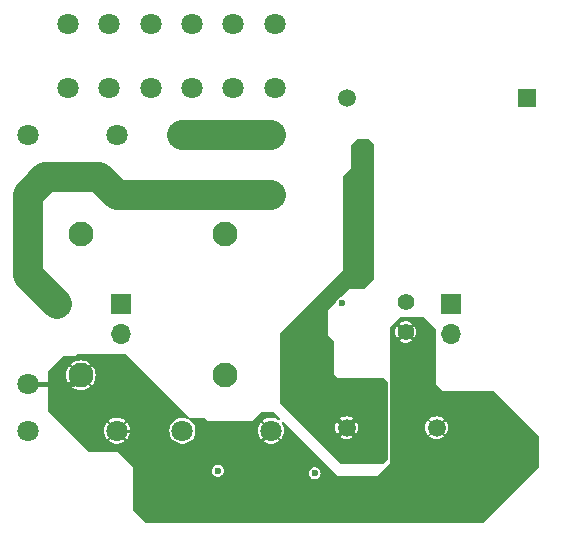
<source format=gbr>
%TF.GenerationSoftware,KiCad,Pcbnew,8.0.8*%
%TF.CreationDate,2025-03-23T22:06:23+01:00*%
%TF.ProjectId,raumtemp_relay,7261756d-7465-46d7-905f-72656c61792e,rev?*%
%TF.SameCoordinates,Original*%
%TF.FileFunction,Copper,L4,Bot*%
%TF.FilePolarity,Positive*%
%FSLAX46Y46*%
G04 Gerber Fmt 4.6, Leading zero omitted, Abs format (unit mm)*
G04 Created by KiCad (PCBNEW 8.0.8) date 2025-03-23 22:06:23*
%MOMM*%
%LPD*%
G01*
G04 APERTURE LIST*
%TA.AperFunction,ComponentPad*%
%ADD10C,1.400000*%
%TD*%
%TA.AperFunction,ComponentPad*%
%ADD11R,1.700000X1.700000*%
%TD*%
%TA.AperFunction,ComponentPad*%
%ADD12O,1.700000X1.700000*%
%TD*%
%TA.AperFunction,ComponentPad*%
%ADD13C,1.803400*%
%TD*%
%TA.AperFunction,ComponentPad*%
%ADD14C,1.800000*%
%TD*%
%TA.AperFunction,ComponentPad*%
%ADD15C,2.100000*%
%TD*%
%TA.AperFunction,ComponentPad*%
%ADD16R,1.508000X1.508000*%
%TD*%
%TA.AperFunction,ComponentPad*%
%ADD17C,1.508000*%
%TD*%
%TA.AperFunction,ViaPad*%
%ADD18C,0.600000*%
%TD*%
%TA.AperFunction,Conductor*%
%ADD19C,0.250000*%
%TD*%
%TA.AperFunction,Conductor*%
%ADD20C,0.400000*%
%TD*%
%TA.AperFunction,Conductor*%
%ADD21C,2.500000*%
%TD*%
G04 APERTURE END LIST*
D10*
%TO.P,JP1,1,A*%
%TO.N,+VDC*%
X154625000Y-90830000D03*
%TO.P,JP1,2,B*%
%TO.N,+3V3*%
X154625000Y-88290000D03*
%TD*%
D11*
%TO.P,J3,1,Pin_1*%
%TO.N,+3V3*%
X158425000Y-88480000D03*
D12*
%TO.P,J3,2,Pin_2*%
%TO.N,GND*%
X158425000Y-91020000D03*
%TD*%
D11*
%TO.P,J2,1,Pin_1*%
%TO.N,Net-(J2-Pin_1)*%
X130524656Y-88480000D03*
D12*
%TO.P,J2,2,Pin_2*%
%TO.N,Net-(J2-Pin_2)*%
X130524656Y-91020000D03*
%TD*%
D13*
%TO.P,,1,1*%
%TO.N,+VDC*%
X122675000Y-95180000D03*
%TD*%
%TO.P,K2,1,1*%
%TO.N,Net-(D1-A)*%
X122675000Y-99180000D03*
%TO.P,K2,3,3*%
%TO.N,Net-(J1-3)*%
X122675000Y-79180000D03*
%TO.P,K2,4,4*%
%TO.N,Net-(J1-2)*%
X122675000Y-74180000D03*
%TO.P,K2,5,5*%
X130175000Y-74180000D03*
%TO.P,K2,6,6*%
%TO.N,Net-(J1-3)*%
X130175000Y-79180000D03*
%TO.P,K2,8,8*%
%TO.N,+VDC*%
X130175000Y-99180000D03*
%TD*%
D14*
%TO.P,J1,1_A,1*%
%TO.N,Net-(J1-1)*%
X126036723Y-70200000D03*
%TO.P,J1,1_B,1__1*%
X126036723Y-64700000D03*
%TO.P,J1,2_A,2*%
%TO.N,Net-(J1-2)*%
X129536723Y-70200000D03*
%TO.P,J1,2_B,2__1*%
X129536723Y-64700000D03*
%TO.P,J1,3_A,3*%
%TO.N,Net-(J1-3)*%
X133036723Y-70200000D03*
%TO.P,J1,3_B,3__1*%
X133036723Y-64700000D03*
%TO.P,J1,4_A,4*%
%TO.N,Net-(J1-4)*%
X136536723Y-70200000D03*
%TO.P,J1,4_B,4__1*%
X136536723Y-64700000D03*
%TO.P,J1,5_A,5*%
%TO.N,Net-(J1-5)*%
X140036723Y-70200000D03*
%TO.P,J1,5_B,5__1*%
X140036723Y-64700000D03*
%TO.P,J1,6_A,6*%
%TO.N,Net-(J1-6)*%
X143536723Y-70200000D03*
%TO.P,J1,6_B,6__1*%
X143536723Y-64700000D03*
%TD*%
D15*
%TO.P,K1,COIL1*%
%TO.N,+VDC*%
X127125000Y-94480000D03*
%TO.P,K1,COIL2*%
%TO.N,Net-(D1-A)*%
X127125000Y-82480000D03*
%TO.P,K1,COM*%
%TO.N,Net-(J1-3)*%
X125125000Y-88480000D03*
%TO.P,K1,NC*%
%TO.N,Net-(J1-6)*%
X139325000Y-94480000D03*
%TO.P,K1,NO*%
%TO.N,Net-(J1-5)*%
X139325000Y-82480000D03*
%TD*%
D16*
%TO.P,PS1,1,VAC_IN(L)*%
%TO.N,Net-(J1-3)*%
X164864545Y-70981894D03*
D17*
%TO.P,PS1,2,VAC_IN(N)*%
%TO.N,Net-(J1-1)*%
X149624545Y-70981894D03*
%TO.P,PS1,3,-VOUT*%
%TO.N,GND*%
X149624545Y-98921894D03*
%TO.P,PS1,4,+VOUT*%
%TO.N,+VDC*%
X157244545Y-98921894D03*
%TD*%
D13*
%TO.P,K3,1,1*%
%TO.N,Net-(D2-A)*%
X135725000Y-99180000D03*
%TO.P,K3,3,3*%
%TO.N,Net-(J1-3)*%
X135725000Y-79180000D03*
%TO.P,K3,4,4*%
%TO.N,Net-(J1-6)*%
X135725000Y-74180000D03*
%TO.P,K3,5,5*%
X143225000Y-74180000D03*
%TO.P,K3,6,6*%
%TO.N,Net-(J1-3)*%
X143225000Y-79180000D03*
%TO.P,K3,8,8*%
%TO.N,+VDC*%
X143225000Y-99180000D03*
%TD*%
D18*
%TO.N,GND*%
X147325000Y-91280000D03*
X150825000Y-95980000D03*
X149225000Y-86780000D03*
X150125000Y-77380000D03*
%TO.N,+VDC*%
X156025000Y-98280000D03*
X154925000Y-94580000D03*
X149225000Y-88380000D03*
%TO.N,Net-(J2-Pin_2)*%
X146925000Y-102780000D03*
%TO.N,Net-(J2-Pin_1)*%
X138725000Y-102580000D03*
%TD*%
D19*
%TO.N,+VDC*%
X130175000Y-99180000D02*
X132425000Y-99180000D01*
X132425000Y-99180000D02*
X134125000Y-100880000D01*
X141525000Y-100880000D02*
X143225000Y-99180000D01*
D20*
X122675000Y-95180000D02*
X126425000Y-95180000D01*
D19*
X134125000Y-100880000D02*
X141525000Y-100880000D01*
D20*
X126425000Y-95180000D02*
X127125000Y-94480000D01*
D21*
%TO.N,Net-(J1-3)*%
X128675000Y-77680000D02*
X124125000Y-77680000D01*
X130175000Y-79180000D02*
X128675000Y-77680000D01*
X124125000Y-77680000D02*
X123675000Y-78130000D01*
X122675000Y-86030000D02*
X125125000Y-88480000D01*
X123675000Y-78180000D02*
X122675000Y-79180000D01*
X143225000Y-79180000D02*
X135725000Y-79180000D01*
X122675000Y-79180000D02*
X122675000Y-86030000D01*
X135725000Y-79180000D02*
X130175000Y-79180000D01*
X123675000Y-78130000D02*
X123675000Y-78180000D01*
%TO.N,Net-(J1-6)*%
X135725000Y-74180000D02*
X143225000Y-74180000D01*
%TD*%
%TA.AperFunction,Conductor*%
%TO.N,GND*%
G36*
X151542183Y-74498907D02*
G01*
X151553996Y-74508996D01*
X151896004Y-74851004D01*
X151923781Y-74905521D01*
X151925000Y-74921008D01*
X151925000Y-86338992D01*
X151906093Y-86397183D01*
X151896004Y-86408996D01*
X151153996Y-87151004D01*
X151099479Y-87178781D01*
X151083992Y-87180000D01*
X149824999Y-87180000D01*
X149131917Y-87873080D01*
X149089806Y-87898066D01*
X149037782Y-87913342D01*
X149014947Y-87920047D01*
X149014945Y-87920047D01*
X149014942Y-87920049D01*
X148893873Y-87997855D01*
X148799622Y-88106628D01*
X148739836Y-88237539D01*
X148737842Y-88244332D01*
X148736559Y-88243955D01*
X148712884Y-88292099D01*
X148711898Y-88293099D01*
X148025000Y-88979999D01*
X148025000Y-88980000D01*
X148025000Y-91080000D01*
X148496005Y-91551005D01*
X148523781Y-91605520D01*
X148525000Y-91621007D01*
X148525000Y-94380000D01*
X148825000Y-94680000D01*
X152683992Y-94680000D01*
X152742183Y-94698907D01*
X152753996Y-94708996D01*
X153090504Y-95045504D01*
X153118281Y-95100021D01*
X153119500Y-95115508D01*
X153119500Y-101544492D01*
X153100593Y-101602683D01*
X153090504Y-101614496D01*
X152753996Y-101951004D01*
X152699479Y-101978781D01*
X152683992Y-101980000D01*
X149166008Y-101980000D01*
X149107817Y-101961093D01*
X149096004Y-101951004D01*
X146066890Y-98921890D01*
X148665929Y-98921890D01*
X148665929Y-98921897D01*
X148684347Y-99108906D01*
X148684348Y-99108911D01*
X148738899Y-99288740D01*
X148738901Y-99288745D01*
X148821088Y-99442506D01*
X149156525Y-99107068D01*
X149158620Y-99114887D01*
X149224446Y-99228901D01*
X149317538Y-99321993D01*
X149431552Y-99387819D01*
X149439366Y-99389913D01*
X149103931Y-99725349D01*
X149257693Y-99807537D01*
X149257698Y-99807539D01*
X149437527Y-99862090D01*
X149437532Y-99862091D01*
X149624542Y-99880510D01*
X149624548Y-99880510D01*
X149811557Y-99862091D01*
X149811562Y-99862090D01*
X149991391Y-99807539D01*
X150145157Y-99725349D01*
X149809721Y-99389913D01*
X149817538Y-99387819D01*
X149931552Y-99321993D01*
X150024644Y-99228901D01*
X150090470Y-99114887D01*
X150092564Y-99107070D01*
X150428000Y-99442506D01*
X150510190Y-99288740D01*
X150564741Y-99108911D01*
X150564742Y-99108906D01*
X150583161Y-98921897D01*
X150583161Y-98921890D01*
X150564742Y-98734881D01*
X150564741Y-98734876D01*
X150510190Y-98555047D01*
X150510188Y-98555042D01*
X150428000Y-98401280D01*
X150092564Y-98736715D01*
X150090470Y-98728901D01*
X150024644Y-98614887D01*
X149931552Y-98521795D01*
X149817538Y-98455969D01*
X149809719Y-98453874D01*
X150145157Y-98118437D01*
X149991396Y-98036250D01*
X149991391Y-98036248D01*
X149811562Y-97981697D01*
X149811557Y-97981696D01*
X149624548Y-97963278D01*
X149624542Y-97963278D01*
X149437532Y-97981696D01*
X149437527Y-97981697D01*
X149257698Y-98036248D01*
X149257693Y-98036250D01*
X149103931Y-98118437D01*
X149439368Y-98453874D01*
X149431552Y-98455969D01*
X149317538Y-98521795D01*
X149224446Y-98614887D01*
X149158620Y-98728901D01*
X149156525Y-98736717D01*
X148821088Y-98401280D01*
X148738901Y-98555042D01*
X148738899Y-98555047D01*
X148684348Y-98734876D01*
X148684347Y-98734881D01*
X148665929Y-98921890D01*
X146066890Y-98921890D01*
X144053996Y-96908996D01*
X144026219Y-96854479D01*
X144025000Y-96838992D01*
X144025000Y-90928821D01*
X144043907Y-90870630D01*
X144053990Y-90858823D01*
X149225500Y-85687314D01*
X149291392Y-85573186D01*
X149325500Y-85445892D01*
X149325500Y-85314107D01*
X149325500Y-77720507D01*
X149344407Y-77662316D01*
X149354490Y-77650509D01*
X150025000Y-76980000D01*
X150025000Y-75021008D01*
X150043907Y-74962817D01*
X150053996Y-74951004D01*
X150496004Y-74508996D01*
X150550521Y-74481219D01*
X150566008Y-74480000D01*
X151483992Y-74480000D01*
X151542183Y-74498907D01*
G37*
%TD.AperFunction*%
%TD*%
%TA.AperFunction,Conductor*%
%TO.N,+VDC*%
G36*
X130942183Y-92698907D02*
G01*
X130953996Y-92708996D01*
X136238696Y-97993696D01*
X136266472Y-98048211D01*
X136256901Y-98108643D01*
X136213636Y-98151908D01*
X136153204Y-98161479D01*
X136132930Y-98156013D01*
X136027924Y-98115334D01*
X136027923Y-98115333D01*
X136027921Y-98115333D01*
X135827134Y-98077800D01*
X135622866Y-98077800D01*
X135422078Y-98115333D01*
X135352057Y-98142459D01*
X135231602Y-98189124D01*
X135057930Y-98296657D01*
X135003374Y-98346392D01*
X134906973Y-98434273D01*
X134783877Y-98597279D01*
X134783872Y-98597288D01*
X134692827Y-98780131D01*
X134692826Y-98780134D01*
X134636925Y-98976604D01*
X134618078Y-99180000D01*
X134636925Y-99383396D01*
X134692826Y-99579866D01*
X134783876Y-99762719D01*
X134906975Y-99925729D01*
X135057930Y-100063343D01*
X135231602Y-100170876D01*
X135422076Y-100244666D01*
X135622866Y-100282200D01*
X135827134Y-100282200D01*
X136027924Y-100244666D01*
X136218398Y-100170876D01*
X136392070Y-100063343D01*
X136543025Y-99925729D01*
X136666124Y-99762719D01*
X136757174Y-99579866D01*
X136813075Y-99383396D01*
X136831922Y-99180000D01*
X136813075Y-98976604D01*
X136757174Y-98780134D01*
X136666124Y-98597281D01*
X136543025Y-98434271D01*
X136392070Y-98296657D01*
X136337988Y-98263170D01*
X136298467Y-98216463D01*
X136293948Y-98155445D01*
X136326158Y-98103424D01*
X136382793Y-98080270D01*
X136390105Y-98080000D01*
X137576178Y-98080000D01*
X137634369Y-98098907D01*
X137646182Y-98108996D01*
X137724500Y-98187314D01*
X137724499Y-98187314D01*
X137817685Y-98280499D01*
X137817690Y-98280503D01*
X137931810Y-98346390D01*
X137931808Y-98346390D01*
X137931812Y-98346391D01*
X137931814Y-98346392D01*
X138059108Y-98380500D01*
X138059110Y-98380500D01*
X141490890Y-98380500D01*
X141490892Y-98380500D01*
X141618186Y-98346392D01*
X141618188Y-98346390D01*
X141618190Y-98346390D01*
X141732309Y-98280503D01*
X141732309Y-98280502D01*
X141732314Y-98280500D01*
X142403818Y-97608996D01*
X142458335Y-97581219D01*
X142473822Y-97580000D01*
X143383992Y-97580000D01*
X143442183Y-97598907D01*
X143453996Y-97608996D01*
X143945601Y-98100601D01*
X143973378Y-98155118D01*
X143963807Y-98215550D01*
X143920542Y-98258815D01*
X143860110Y-98268386D01*
X143823480Y-98254776D01*
X143718179Y-98189576D01*
X143718174Y-98189573D01*
X143527783Y-98115816D01*
X143327088Y-98078300D01*
X143122912Y-98078300D01*
X142922216Y-98115816D01*
X142731825Y-98189573D01*
X142731820Y-98189576D01*
X142558235Y-98297056D01*
X142558232Y-98297058D01*
X142519128Y-98332705D01*
X142842811Y-98656388D01*
X142812115Y-98676899D01*
X142721899Y-98767115D01*
X142701388Y-98797811D01*
X142377589Y-98474012D01*
X142284308Y-98597537D01*
X142284299Y-98597552D01*
X142193294Y-98780314D01*
X142137419Y-98976694D01*
X142118580Y-99180000D01*
X142137419Y-99383305D01*
X142193294Y-99579685D01*
X142284299Y-99762447D01*
X142284304Y-99762456D01*
X142377590Y-99885985D01*
X142701387Y-99562187D01*
X142721899Y-99592885D01*
X142812115Y-99683101D01*
X142842810Y-99703611D01*
X142519128Y-100027293D01*
X142558233Y-100062942D01*
X142558234Y-100062943D01*
X142731820Y-100170423D01*
X142731825Y-100170426D01*
X142922216Y-100244183D01*
X143122912Y-100281700D01*
X143327088Y-100281700D01*
X143527783Y-100244183D01*
X143718174Y-100170426D01*
X143718179Y-100170423D01*
X143891763Y-100062944D01*
X143930870Y-100027293D01*
X143930871Y-100027293D01*
X143607189Y-99703611D01*
X143637885Y-99683101D01*
X143728101Y-99592885D01*
X143748611Y-99562188D01*
X144072410Y-99885987D01*
X144165690Y-99762464D01*
X144165700Y-99762448D01*
X144256705Y-99579685D01*
X144312580Y-99383305D01*
X144331419Y-99180000D01*
X144312580Y-98976694D01*
X144256705Y-98780314D01*
X144165699Y-98597550D01*
X144164801Y-98596099D01*
X144164630Y-98595402D01*
X144163657Y-98593448D01*
X144164097Y-98593228D01*
X144150240Y-98536672D01*
X144173390Y-98480035D01*
X144225410Y-98447822D01*
X144286428Y-98452338D01*
X144318974Y-98473974D01*
X148825000Y-102980000D01*
X152224999Y-102980000D01*
X152225000Y-102980000D01*
X153325000Y-101880000D01*
X153325000Y-98921890D01*
X156285929Y-98921890D01*
X156285929Y-98921897D01*
X156304347Y-99108906D01*
X156304348Y-99108911D01*
X156358899Y-99288740D01*
X156358901Y-99288745D01*
X156447477Y-99454461D01*
X156447484Y-99454471D01*
X156502953Y-99522060D01*
X156826754Y-99198258D01*
X156844446Y-99228901D01*
X156937538Y-99321993D01*
X156968177Y-99339682D01*
X156644376Y-99663484D01*
X156711966Y-99718954D01*
X156711972Y-99718958D01*
X156877693Y-99807537D01*
X156877698Y-99807539D01*
X157057527Y-99862090D01*
X157057532Y-99862091D01*
X157244542Y-99880510D01*
X157244548Y-99880510D01*
X157431557Y-99862091D01*
X157431562Y-99862090D01*
X157611391Y-99807539D01*
X157611396Y-99807537D01*
X157777118Y-99718956D01*
X157777123Y-99718953D01*
X157844712Y-99663484D01*
X157520911Y-99339683D01*
X157551552Y-99321993D01*
X157644644Y-99228901D01*
X157662334Y-99198260D01*
X157986135Y-99522061D01*
X158041604Y-99454472D01*
X158041607Y-99454467D01*
X158130188Y-99288745D01*
X158130190Y-99288740D01*
X158184741Y-99108911D01*
X158184742Y-99108906D01*
X158203161Y-98921897D01*
X158203161Y-98921890D01*
X158184742Y-98734881D01*
X158184741Y-98734876D01*
X158130190Y-98555047D01*
X158130188Y-98555042D01*
X158041609Y-98389321D01*
X158041605Y-98389315D01*
X157986135Y-98321725D01*
X157662333Y-98645526D01*
X157644644Y-98614887D01*
X157551552Y-98521795D01*
X157520910Y-98504104D01*
X157844712Y-98180303D01*
X157777122Y-98124833D01*
X157777112Y-98124826D01*
X157611396Y-98036250D01*
X157611391Y-98036248D01*
X157431562Y-97981697D01*
X157431557Y-97981696D01*
X157244548Y-97963278D01*
X157244542Y-97963278D01*
X157057532Y-97981696D01*
X157057527Y-97981697D01*
X156877698Y-98036248D01*
X156877693Y-98036250D01*
X156711972Y-98124830D01*
X156711962Y-98124836D01*
X156644376Y-98180302D01*
X156968178Y-98504104D01*
X156937538Y-98521795D01*
X156844446Y-98614887D01*
X156826755Y-98645527D01*
X156502953Y-98321725D01*
X156447487Y-98389311D01*
X156447481Y-98389321D01*
X156358901Y-98555042D01*
X156358899Y-98555047D01*
X156304348Y-98734876D01*
X156304347Y-98734881D01*
X156285929Y-98921890D01*
X153325000Y-98921890D01*
X153325000Y-95180000D01*
X154125000Y-94380000D01*
X157225000Y-94380000D01*
X157225000Y-95180000D01*
X157825000Y-95780000D01*
X161983992Y-95780000D01*
X162042183Y-95798907D01*
X162053996Y-95808996D01*
X165896004Y-99651004D01*
X165923781Y-99705521D01*
X165925000Y-99721008D01*
X165925000Y-102138992D01*
X165906093Y-102197183D01*
X165896004Y-102208996D01*
X161134496Y-106970504D01*
X161079979Y-106998281D01*
X161064492Y-106999500D01*
X132685508Y-106999500D01*
X132627317Y-106980593D01*
X132615504Y-106970504D01*
X131553996Y-105908996D01*
X131526219Y-105854479D01*
X131525000Y-105838992D01*
X131525000Y-102579997D01*
X138219353Y-102579997D01*
X138219353Y-102580002D01*
X138239834Y-102722456D01*
X138299622Y-102853371D01*
X138299623Y-102853373D01*
X138369580Y-102934108D01*
X138393873Y-102962144D01*
X138514942Y-103039950D01*
X138514947Y-103039953D01*
X138621403Y-103071211D01*
X138653035Y-103080499D01*
X138653036Y-103080499D01*
X138653039Y-103080500D01*
X138653041Y-103080500D01*
X138796959Y-103080500D01*
X138796961Y-103080500D01*
X138935053Y-103039953D01*
X139056128Y-102962143D01*
X139150377Y-102853373D01*
X139183887Y-102779997D01*
X146419353Y-102779997D01*
X146419353Y-102780002D01*
X146439834Y-102922456D01*
X146466114Y-102980000D01*
X146499623Y-103053373D01*
X146593872Y-103162143D01*
X146593873Y-103162144D01*
X146714942Y-103239950D01*
X146714947Y-103239953D01*
X146821403Y-103271211D01*
X146853035Y-103280499D01*
X146853036Y-103280499D01*
X146853039Y-103280500D01*
X146853041Y-103280500D01*
X146996959Y-103280500D01*
X146996961Y-103280500D01*
X147135053Y-103239953D01*
X147256128Y-103162143D01*
X147350377Y-103053373D01*
X147410165Y-102922457D01*
X147430647Y-102780000D01*
X147410165Y-102637543D01*
X147350377Y-102506627D01*
X147256128Y-102397857D01*
X147256127Y-102397856D01*
X147256126Y-102397855D01*
X147135057Y-102320049D01*
X147135054Y-102320047D01*
X147135053Y-102320047D01*
X147135050Y-102320046D01*
X146996964Y-102279500D01*
X146996961Y-102279500D01*
X146853039Y-102279500D01*
X146853035Y-102279500D01*
X146714949Y-102320046D01*
X146714942Y-102320049D01*
X146593873Y-102397855D01*
X146499622Y-102506628D01*
X146439834Y-102637543D01*
X146419353Y-102779997D01*
X139183887Y-102779997D01*
X139210165Y-102722457D01*
X139230647Y-102580000D01*
X139210165Y-102437543D01*
X139150377Y-102306627D01*
X139056128Y-102197857D01*
X139056127Y-102197856D01*
X139056126Y-102197855D01*
X138935057Y-102120049D01*
X138935054Y-102120047D01*
X138935053Y-102120047D01*
X138935050Y-102120046D01*
X138796964Y-102079500D01*
X138796961Y-102079500D01*
X138653039Y-102079500D01*
X138653035Y-102079500D01*
X138514949Y-102120046D01*
X138514942Y-102120049D01*
X138393873Y-102197855D01*
X138299622Y-102306628D01*
X138239834Y-102437543D01*
X138219353Y-102579997D01*
X131525000Y-102579997D01*
X131525000Y-102280001D01*
X131525000Y-102280000D01*
X130225000Y-100980000D01*
X130224999Y-100980000D01*
X127866008Y-100980000D01*
X127807817Y-100961093D01*
X127796004Y-100951004D01*
X126025000Y-99180000D01*
X129068580Y-99180000D01*
X129087419Y-99383305D01*
X129143294Y-99579685D01*
X129234299Y-99762447D01*
X129234304Y-99762456D01*
X129327590Y-99885985D01*
X129651387Y-99562187D01*
X129671899Y-99592885D01*
X129762115Y-99683101D01*
X129792810Y-99703611D01*
X129469128Y-100027293D01*
X129508233Y-100062942D01*
X129508234Y-100062943D01*
X129681820Y-100170423D01*
X129681825Y-100170426D01*
X129872216Y-100244183D01*
X130072912Y-100281700D01*
X130277088Y-100281700D01*
X130477783Y-100244183D01*
X130668174Y-100170426D01*
X130668179Y-100170423D01*
X130841763Y-100062944D01*
X130880870Y-100027293D01*
X130880871Y-100027293D01*
X130557189Y-99703611D01*
X130587885Y-99683101D01*
X130678101Y-99592885D01*
X130698611Y-99562188D01*
X131022410Y-99885987D01*
X131115690Y-99762464D01*
X131115700Y-99762448D01*
X131206705Y-99579685D01*
X131262580Y-99383305D01*
X131281419Y-99180000D01*
X131262580Y-98976694D01*
X131206705Y-98780314D01*
X131115700Y-98597552D01*
X131115695Y-98597543D01*
X131022408Y-98474013D01*
X130698610Y-98797810D01*
X130678101Y-98767115D01*
X130587885Y-98676899D01*
X130557187Y-98656387D01*
X130880870Y-98332705D01*
X130841767Y-98297058D01*
X130841764Y-98297056D01*
X130668179Y-98189576D01*
X130668174Y-98189573D01*
X130477783Y-98115816D01*
X130277088Y-98078300D01*
X130072912Y-98078300D01*
X129872216Y-98115816D01*
X129681825Y-98189573D01*
X129681820Y-98189576D01*
X129508235Y-98297056D01*
X129508232Y-98297058D01*
X129469128Y-98332705D01*
X129792811Y-98656388D01*
X129762115Y-98676899D01*
X129671899Y-98767115D01*
X129651388Y-98797811D01*
X129327589Y-98474012D01*
X129234308Y-98597537D01*
X129234299Y-98597552D01*
X129143294Y-98780314D01*
X129087419Y-98976694D01*
X129068580Y-99180000D01*
X126025000Y-99180000D01*
X124353996Y-97508996D01*
X124326219Y-97454479D01*
X124325000Y-97438992D01*
X124325000Y-94479996D01*
X125870225Y-94479996D01*
X125870225Y-94480003D01*
X125889286Y-94697881D01*
X125945897Y-94909157D01*
X126038332Y-95107386D01*
X126163783Y-95286549D01*
X126170405Y-95293171D01*
X126563681Y-94899894D01*
X126581274Y-94926224D01*
X126678776Y-95023726D01*
X126705103Y-95041317D01*
X126311828Y-95434594D01*
X126318450Y-95441216D01*
X126497613Y-95566667D01*
X126695842Y-95659102D01*
X126907118Y-95715713D01*
X127124997Y-95734775D01*
X127125003Y-95734775D01*
X127342881Y-95715713D01*
X127554157Y-95659102D01*
X127752386Y-95566667D01*
X127931552Y-95441214D01*
X127938171Y-95434594D01*
X127544895Y-95041318D01*
X127571224Y-95023726D01*
X127668726Y-94926224D01*
X127686318Y-94899895D01*
X128079593Y-95293170D01*
X128086214Y-95286552D01*
X128211667Y-95107386D01*
X128304102Y-94909157D01*
X128360713Y-94697881D01*
X128379775Y-94480003D01*
X128379775Y-94479996D01*
X128360713Y-94262118D01*
X128304102Y-94050842D01*
X128211667Y-93852614D01*
X128086216Y-93673450D01*
X128079594Y-93666828D01*
X127686317Y-94060103D01*
X127668726Y-94033776D01*
X127571224Y-93936274D01*
X127544894Y-93918681D01*
X127938171Y-93525405D01*
X127931549Y-93518783D01*
X127752386Y-93393332D01*
X127554157Y-93300897D01*
X127342881Y-93244286D01*
X127125003Y-93225225D01*
X127124997Y-93225225D01*
X126907118Y-93244286D01*
X126695842Y-93300897D01*
X126497614Y-93393332D01*
X126318444Y-93518787D01*
X126311827Y-93525404D01*
X126705104Y-93918681D01*
X126678776Y-93936274D01*
X126581274Y-94033776D01*
X126563681Y-94060104D01*
X126170404Y-93666827D01*
X126163787Y-93673444D01*
X126038332Y-93852614D01*
X125945897Y-94050842D01*
X125889286Y-94262118D01*
X125870225Y-94479996D01*
X124325000Y-94479996D01*
X124325000Y-94221008D01*
X124343907Y-94162817D01*
X124353996Y-94151004D01*
X125595504Y-92909496D01*
X125650021Y-92881719D01*
X125665508Y-92880500D01*
X126490890Y-92880500D01*
X126490892Y-92880500D01*
X126618186Y-92846392D01*
X126618188Y-92846390D01*
X126618190Y-92846390D01*
X126732309Y-92780503D01*
X126732309Y-92780502D01*
X126732314Y-92780500D01*
X126768066Y-92744747D01*
X126803819Y-92708996D01*
X126858336Y-92681219D01*
X126873822Y-92680000D01*
X130883992Y-92680000D01*
X130942183Y-92698907D01*
G37*
%TD.AperFunction*%
%TD*%
%TA.AperFunction,Conductor*%
%TO.N,+VDC*%
G36*
X156240677Y-89599685D02*
G01*
X156261319Y-89616319D01*
X157188681Y-90543681D01*
X157222166Y-90605004D01*
X157225000Y-90631362D01*
X157225000Y-94380000D01*
X154125000Y-94380000D01*
X153325000Y-95180000D01*
X153325000Y-90830000D01*
X153720043Y-90830000D01*
X153739819Y-91018154D01*
X153798278Y-91198072D01*
X153798281Y-91198079D01*
X153892871Y-91361916D01*
X153892872Y-91361917D01*
X153903975Y-91374247D01*
X154267474Y-91010748D01*
X154304920Y-91075606D01*
X154379394Y-91150080D01*
X154444250Y-91187524D01*
X154083057Y-91548716D01*
X154172522Y-91613717D01*
X154345355Y-91690665D01*
X154530406Y-91730000D01*
X154719594Y-91730000D01*
X154904644Y-91690665D01*
X155077480Y-91613714D01*
X155166940Y-91548716D01*
X155166941Y-91548716D01*
X154805749Y-91187524D01*
X154870606Y-91150080D01*
X154945080Y-91075606D01*
X154982524Y-91010749D01*
X155346022Y-91374247D01*
X155346024Y-91374247D01*
X155357125Y-91361921D01*
X155451719Y-91198076D01*
X155451721Y-91198072D01*
X155510180Y-91018154D01*
X155529956Y-90830000D01*
X155510180Y-90641845D01*
X155451721Y-90461927D01*
X155451718Y-90461920D01*
X155357124Y-90298077D01*
X155346025Y-90285751D01*
X155346022Y-90285751D01*
X154982524Y-90649249D01*
X154945080Y-90584394D01*
X154870606Y-90509920D01*
X154805749Y-90472475D01*
X155166941Y-90111283D01*
X155166940Y-90111282D01*
X155077477Y-90046283D01*
X154904644Y-89969334D01*
X154719594Y-89930000D01*
X154530406Y-89930000D01*
X154345353Y-89969334D01*
X154345352Y-89969334D01*
X154172524Y-90046282D01*
X154083058Y-90111282D01*
X154444250Y-90472474D01*
X154379394Y-90509920D01*
X154304920Y-90584394D01*
X154267475Y-90649250D01*
X153903975Y-90285751D01*
X153903974Y-90285751D01*
X153892875Y-90298078D01*
X153892868Y-90298087D01*
X153798283Y-90461915D01*
X153798278Y-90461927D01*
X153739819Y-90641845D01*
X153720043Y-90830000D01*
X153325000Y-90830000D01*
X153325000Y-90431362D01*
X153344685Y-90364323D01*
X153361319Y-90343681D01*
X154088681Y-89616319D01*
X154150004Y-89582834D01*
X154176362Y-89580000D01*
X156173638Y-89580000D01*
X156240677Y-89599685D01*
G37*
%TD.AperFunction*%
%TD*%
M02*

</source>
